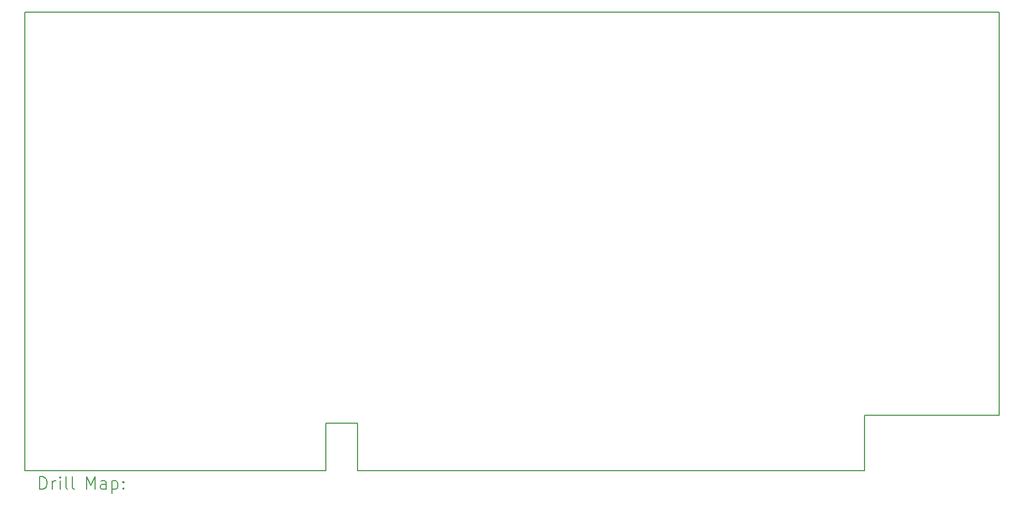
<source format=gbr>
%TF.GenerationSoftware,KiCad,Pcbnew,(7.0.0-0)*%
%TF.CreationDate,2023-03-28T15:20:31+02:00*%
%TF.ProjectId,Vortex-X-ISA-Card,566f7274-6578-42d5-982d-4953412d4361,rev?*%
%TF.SameCoordinates,Original*%
%TF.FileFunction,Drillmap*%
%TF.FilePolarity,Positive*%
%FSLAX45Y45*%
G04 Gerber Fmt 4.5, Leading zero omitted, Abs format (unit mm)*
G04 Created by KiCad (PCBNEW (7.0.0-0)) date 2023-03-28 15:20:31*
%MOMM*%
%LPD*%
G01*
G04 APERTURE LIST*
%ADD10C,0.150000*%
%ADD11C,0.200000*%
G04 APERTURE END LIST*
D10*
X4342000Y-16139000D02*
X9168000Y-16139000D01*
X9676000Y-16139000D02*
X17804000Y-16139000D01*
X4342000Y-8788400D02*
X4342000Y-16139000D01*
X19963000Y-15250000D02*
X19963000Y-8788400D01*
X19963000Y-8788400D02*
X4342000Y-8788400D01*
X9676000Y-15377000D02*
X9676000Y-16139000D01*
X17804000Y-16139000D02*
X17804000Y-15250000D01*
X17804000Y-15250000D02*
X19963000Y-15250000D01*
X9168000Y-16139000D02*
X9168000Y-15377000D01*
X9168000Y-15377000D02*
X9676000Y-15377000D01*
D11*
X4582119Y-16439976D02*
X4582119Y-16239976D01*
X4582119Y-16239976D02*
X4629738Y-16239976D01*
X4629738Y-16239976D02*
X4658310Y-16249500D01*
X4658310Y-16249500D02*
X4677357Y-16268548D01*
X4677357Y-16268548D02*
X4686881Y-16287595D01*
X4686881Y-16287595D02*
X4696405Y-16325690D01*
X4696405Y-16325690D02*
X4696405Y-16354262D01*
X4696405Y-16354262D02*
X4686881Y-16392357D01*
X4686881Y-16392357D02*
X4677357Y-16411405D01*
X4677357Y-16411405D02*
X4658310Y-16430452D01*
X4658310Y-16430452D02*
X4629738Y-16439976D01*
X4629738Y-16439976D02*
X4582119Y-16439976D01*
X4782119Y-16439976D02*
X4782119Y-16306643D01*
X4782119Y-16344738D02*
X4791643Y-16325690D01*
X4791643Y-16325690D02*
X4801167Y-16316167D01*
X4801167Y-16316167D02*
X4820214Y-16306643D01*
X4820214Y-16306643D02*
X4839262Y-16306643D01*
X4905929Y-16439976D02*
X4905929Y-16306643D01*
X4905929Y-16239976D02*
X4896405Y-16249500D01*
X4896405Y-16249500D02*
X4905929Y-16259024D01*
X4905929Y-16259024D02*
X4915452Y-16249500D01*
X4915452Y-16249500D02*
X4905929Y-16239976D01*
X4905929Y-16239976D02*
X4905929Y-16259024D01*
X5029738Y-16439976D02*
X5010690Y-16430452D01*
X5010690Y-16430452D02*
X5001167Y-16411405D01*
X5001167Y-16411405D02*
X5001167Y-16239976D01*
X5134500Y-16439976D02*
X5115452Y-16430452D01*
X5115452Y-16430452D02*
X5105929Y-16411405D01*
X5105929Y-16411405D02*
X5105929Y-16239976D01*
X5330690Y-16439976D02*
X5330690Y-16239976D01*
X5330690Y-16239976D02*
X5397357Y-16382833D01*
X5397357Y-16382833D02*
X5464024Y-16239976D01*
X5464024Y-16239976D02*
X5464024Y-16439976D01*
X5644976Y-16439976D02*
X5644976Y-16335214D01*
X5644976Y-16335214D02*
X5635452Y-16316167D01*
X5635452Y-16316167D02*
X5616405Y-16306643D01*
X5616405Y-16306643D02*
X5578309Y-16306643D01*
X5578309Y-16306643D02*
X5559262Y-16316167D01*
X5644976Y-16430452D02*
X5625928Y-16439976D01*
X5625928Y-16439976D02*
X5578309Y-16439976D01*
X5578309Y-16439976D02*
X5559262Y-16430452D01*
X5559262Y-16430452D02*
X5549738Y-16411405D01*
X5549738Y-16411405D02*
X5549738Y-16392357D01*
X5549738Y-16392357D02*
X5559262Y-16373309D01*
X5559262Y-16373309D02*
X5578309Y-16363786D01*
X5578309Y-16363786D02*
X5625928Y-16363786D01*
X5625928Y-16363786D02*
X5644976Y-16354262D01*
X5740214Y-16306643D02*
X5740214Y-16506643D01*
X5740214Y-16316167D02*
X5759262Y-16306643D01*
X5759262Y-16306643D02*
X5797357Y-16306643D01*
X5797357Y-16306643D02*
X5816405Y-16316167D01*
X5816405Y-16316167D02*
X5825928Y-16325690D01*
X5825928Y-16325690D02*
X5835452Y-16344738D01*
X5835452Y-16344738D02*
X5835452Y-16401881D01*
X5835452Y-16401881D02*
X5825928Y-16420928D01*
X5825928Y-16420928D02*
X5816405Y-16430452D01*
X5816405Y-16430452D02*
X5797357Y-16439976D01*
X5797357Y-16439976D02*
X5759262Y-16439976D01*
X5759262Y-16439976D02*
X5740214Y-16430452D01*
X5921167Y-16420928D02*
X5930690Y-16430452D01*
X5930690Y-16430452D02*
X5921167Y-16439976D01*
X5921167Y-16439976D02*
X5911643Y-16430452D01*
X5911643Y-16430452D02*
X5921167Y-16420928D01*
X5921167Y-16420928D02*
X5921167Y-16439976D01*
X5921167Y-16316167D02*
X5930690Y-16325690D01*
X5930690Y-16325690D02*
X5921167Y-16335214D01*
X5921167Y-16335214D02*
X5911643Y-16325690D01*
X5911643Y-16325690D02*
X5921167Y-16316167D01*
X5921167Y-16316167D02*
X5921167Y-16335214D01*
M02*

</source>
